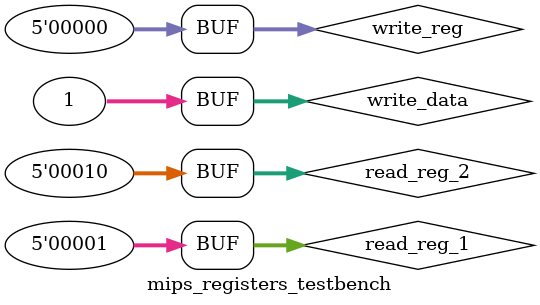
<source format=v>
module mips_registers_testbench();

wire [31:0] read_data_1, read_data_2;
reg [31:0] write_data;
reg [4:0] read_reg_1, read_reg_2, write_reg;
reg signal_reg_write, clk;

mips_registers x(read_data_1,read_data_2,write_data,read_reg_1,read_reg_2,1,1);

initial begin
write_data = 5'b00001;
write_reg = 5'b00000;
read_reg_1 = 5'b00001;
read_reg_2 = 5'b00010; #10;	

end


initial begin
  $monitor("Test-Time:%2d,read_reg_1:%5b,read_reg_2:%5b ,read_data_1:%32b, read_data_2:%32b,",
            $time,read_reg_1,read_reg_2,read_data_1,read_data_2);
end

	
endmodule
</source>
